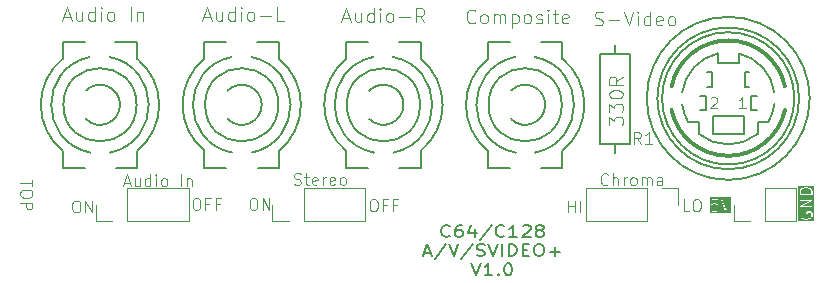
<source format=gbr>
%TF.GenerationSoftware,KiCad,Pcbnew,9.0.4*%
%TF.CreationDate,2025-09-13T13:09:21-04:00*%
%TF.ProjectId,C64-128AVS,4336342d-3132-4384-9156-532e6b696361,rev?*%
%TF.SameCoordinates,Original*%
%TF.FileFunction,Legend,Top*%
%TF.FilePolarity,Positive*%
%FSLAX46Y46*%
G04 Gerber Fmt 4.6, Leading zero omitted, Abs format (unit mm)*
G04 Created by KiCad (PCBNEW 9.0.4) date 2025-09-13 13:09:21*
%MOMM*%
%LPD*%
G01*
G04 APERTURE LIST*
%ADD10C,0.100000*%
%ADD11C,0.101600*%
%ADD12C,0.200000*%
%ADD13C,0.081280*%
%ADD14C,0.120000*%
%ADD15C,0.127000*%
%ADD16C,0.300000*%
G04 APERTURE END LIST*
D10*
X121342580Y-102490476D02*
X121342580Y-103061904D01*
X120342580Y-102776190D02*
X121342580Y-102776190D01*
X121342580Y-103585714D02*
X121342580Y-103776190D01*
X121342580Y-103776190D02*
X121294961Y-103871428D01*
X121294961Y-103871428D02*
X121199723Y-103966666D01*
X121199723Y-103966666D02*
X121009247Y-104014285D01*
X121009247Y-104014285D02*
X120675914Y-104014285D01*
X120675914Y-104014285D02*
X120485438Y-103966666D01*
X120485438Y-103966666D02*
X120390200Y-103871428D01*
X120390200Y-103871428D02*
X120342580Y-103776190D01*
X120342580Y-103776190D02*
X120342580Y-103585714D01*
X120342580Y-103585714D02*
X120390200Y-103490476D01*
X120390200Y-103490476D02*
X120485438Y-103395238D01*
X120485438Y-103395238D02*
X120675914Y-103347619D01*
X120675914Y-103347619D02*
X121009247Y-103347619D01*
X121009247Y-103347619D02*
X121199723Y-103395238D01*
X121199723Y-103395238D02*
X121294961Y-103490476D01*
X121294961Y-103490476D02*
X121342580Y-103585714D01*
X120342580Y-104442857D02*
X121342580Y-104442857D01*
X121342580Y-104442857D02*
X121342580Y-104823809D01*
X121342580Y-104823809D02*
X121294961Y-104919047D01*
X121294961Y-104919047D02*
X121247342Y-104966666D01*
X121247342Y-104966666D02*
X121152104Y-105014285D01*
X121152104Y-105014285D02*
X121009247Y-105014285D01*
X121009247Y-105014285D02*
X120914009Y-104966666D01*
X120914009Y-104966666D02*
X120866390Y-104919047D01*
X120866390Y-104919047D02*
X120818771Y-104823809D01*
X120818771Y-104823809D02*
X120818771Y-104442857D01*
X135147619Y-104057419D02*
X135338095Y-104057419D01*
X135338095Y-104057419D02*
X135433333Y-104105038D01*
X135433333Y-104105038D02*
X135528571Y-104200276D01*
X135528571Y-104200276D02*
X135576190Y-104390752D01*
X135576190Y-104390752D02*
X135576190Y-104724085D01*
X135576190Y-104724085D02*
X135528571Y-104914561D01*
X135528571Y-104914561D02*
X135433333Y-105009800D01*
X135433333Y-105009800D02*
X135338095Y-105057419D01*
X135338095Y-105057419D02*
X135147619Y-105057419D01*
X135147619Y-105057419D02*
X135052381Y-105009800D01*
X135052381Y-105009800D02*
X134957143Y-104914561D01*
X134957143Y-104914561D02*
X134909524Y-104724085D01*
X134909524Y-104724085D02*
X134909524Y-104390752D01*
X134909524Y-104390752D02*
X134957143Y-104200276D01*
X134957143Y-104200276D02*
X135052381Y-104105038D01*
X135052381Y-104105038D02*
X135147619Y-104057419D01*
X136338095Y-104533609D02*
X136004762Y-104533609D01*
X136004762Y-105057419D02*
X136004762Y-104057419D01*
X136004762Y-104057419D02*
X136480952Y-104057419D01*
X137195238Y-104533609D02*
X136861905Y-104533609D01*
X136861905Y-105057419D02*
X136861905Y-104057419D01*
X136861905Y-104057419D02*
X137338095Y-104057419D01*
X143509523Y-102894800D02*
X143652380Y-102942419D01*
X143652380Y-102942419D02*
X143890475Y-102942419D01*
X143890475Y-102942419D02*
X143985713Y-102894800D01*
X143985713Y-102894800D02*
X144033332Y-102847180D01*
X144033332Y-102847180D02*
X144080951Y-102751942D01*
X144080951Y-102751942D02*
X144080951Y-102656704D01*
X144080951Y-102656704D02*
X144033332Y-102561466D01*
X144033332Y-102561466D02*
X143985713Y-102513847D01*
X143985713Y-102513847D02*
X143890475Y-102466228D01*
X143890475Y-102466228D02*
X143699999Y-102418609D01*
X143699999Y-102418609D02*
X143604761Y-102370990D01*
X143604761Y-102370990D02*
X143557142Y-102323371D01*
X143557142Y-102323371D02*
X143509523Y-102228133D01*
X143509523Y-102228133D02*
X143509523Y-102132895D01*
X143509523Y-102132895D02*
X143557142Y-102037657D01*
X143557142Y-102037657D02*
X143604761Y-101990038D01*
X143604761Y-101990038D02*
X143699999Y-101942419D01*
X143699999Y-101942419D02*
X143938094Y-101942419D01*
X143938094Y-101942419D02*
X144080951Y-101990038D01*
X144366666Y-102275752D02*
X144747618Y-102275752D01*
X144509523Y-101942419D02*
X144509523Y-102799561D01*
X144509523Y-102799561D02*
X144557142Y-102894800D01*
X144557142Y-102894800D02*
X144652380Y-102942419D01*
X144652380Y-102942419D02*
X144747618Y-102942419D01*
X145461904Y-102894800D02*
X145366666Y-102942419D01*
X145366666Y-102942419D02*
X145176190Y-102942419D01*
X145176190Y-102942419D02*
X145080952Y-102894800D01*
X145080952Y-102894800D02*
X145033333Y-102799561D01*
X145033333Y-102799561D02*
X145033333Y-102418609D01*
X145033333Y-102418609D02*
X145080952Y-102323371D01*
X145080952Y-102323371D02*
X145176190Y-102275752D01*
X145176190Y-102275752D02*
X145366666Y-102275752D01*
X145366666Y-102275752D02*
X145461904Y-102323371D01*
X145461904Y-102323371D02*
X145509523Y-102418609D01*
X145509523Y-102418609D02*
X145509523Y-102513847D01*
X145509523Y-102513847D02*
X145033333Y-102609085D01*
X145938095Y-102942419D02*
X145938095Y-102275752D01*
X145938095Y-102466228D02*
X145985714Y-102370990D01*
X145985714Y-102370990D02*
X146033333Y-102323371D01*
X146033333Y-102323371D02*
X146128571Y-102275752D01*
X146128571Y-102275752D02*
X146223809Y-102275752D01*
X146938095Y-102894800D02*
X146842857Y-102942419D01*
X146842857Y-102942419D02*
X146652381Y-102942419D01*
X146652381Y-102942419D02*
X146557143Y-102894800D01*
X146557143Y-102894800D02*
X146509524Y-102799561D01*
X146509524Y-102799561D02*
X146509524Y-102418609D01*
X146509524Y-102418609D02*
X146557143Y-102323371D01*
X146557143Y-102323371D02*
X146652381Y-102275752D01*
X146652381Y-102275752D02*
X146842857Y-102275752D01*
X146842857Y-102275752D02*
X146938095Y-102323371D01*
X146938095Y-102323371D02*
X146985714Y-102418609D01*
X146985714Y-102418609D02*
X146985714Y-102513847D01*
X146985714Y-102513847D02*
X146509524Y-102609085D01*
X147557143Y-102942419D02*
X147461905Y-102894800D01*
X147461905Y-102894800D02*
X147414286Y-102847180D01*
X147414286Y-102847180D02*
X147366667Y-102751942D01*
X147366667Y-102751942D02*
X147366667Y-102466228D01*
X147366667Y-102466228D02*
X147414286Y-102370990D01*
X147414286Y-102370990D02*
X147461905Y-102323371D01*
X147461905Y-102323371D02*
X147557143Y-102275752D01*
X147557143Y-102275752D02*
X147700000Y-102275752D01*
X147700000Y-102275752D02*
X147795238Y-102323371D01*
X147795238Y-102323371D02*
X147842857Y-102370990D01*
X147842857Y-102370990D02*
X147890476Y-102466228D01*
X147890476Y-102466228D02*
X147890476Y-102751942D01*
X147890476Y-102751942D02*
X147842857Y-102847180D01*
X147842857Y-102847180D02*
X147795238Y-102894800D01*
X147795238Y-102894800D02*
X147700000Y-102942419D01*
X147700000Y-102942419D02*
X147557143Y-102942419D01*
G36*
X187101872Y-103271863D02*
G01*
X187184942Y-103313398D01*
X187266099Y-103394554D01*
X187307419Y-103518514D01*
X187307419Y-103698496D01*
X186407419Y-103698496D01*
X186407419Y-103518514D01*
X186448739Y-103394552D01*
X186529892Y-103313399D01*
X186612966Y-103271862D01*
X186792145Y-103227068D01*
X186922692Y-103227068D01*
X187101872Y-103271863D01*
G37*
G36*
X187518530Y-106004845D02*
G01*
X186196308Y-106004845D01*
X186196308Y-105367544D01*
X186307419Y-105367544D01*
X186307419Y-105510401D01*
X186308982Y-105518263D01*
X186309985Y-105526212D01*
X186357604Y-105669069D01*
X186358844Y-105671244D01*
X186358844Y-105672392D01*
X186363297Y-105679056D01*
X186367265Y-105686017D01*
X186368291Y-105686530D01*
X186369683Y-105688613D01*
X186464921Y-105783851D01*
X186471580Y-105788301D01*
X186477915Y-105793217D01*
X186573153Y-105840836D01*
X186578434Y-105842282D01*
X186583387Y-105844622D01*
X186773863Y-105892241D01*
X186779980Y-105892538D01*
X186785990Y-105893734D01*
X186928847Y-105893734D01*
X186934856Y-105892538D01*
X186940974Y-105892241D01*
X187131450Y-105844622D01*
X187136402Y-105842282D01*
X187141684Y-105840836D01*
X187236921Y-105793218D01*
X187243249Y-105788306D01*
X187249916Y-105783852D01*
X187345155Y-105688613D01*
X187346545Y-105686531D01*
X187347573Y-105686018D01*
X187351543Y-105679052D01*
X187355994Y-105672392D01*
X187355994Y-105671244D01*
X187357234Y-105669069D01*
X187404853Y-105526213D01*
X187405855Y-105518262D01*
X187407419Y-105510401D01*
X187407419Y-105415163D01*
X187405855Y-105407301D01*
X187404853Y-105399351D01*
X187357234Y-105256495D01*
X187355994Y-105254319D01*
X187355994Y-105253171D01*
X187351539Y-105246504D01*
X187347573Y-105239546D01*
X187346546Y-105239032D01*
X187345155Y-105236950D01*
X187297535Y-105189331D01*
X187281314Y-105178493D01*
X187262180Y-105174687D01*
X186928847Y-105174687D01*
X186909713Y-105178493D01*
X186882653Y-105205553D01*
X186878847Y-105224687D01*
X186878847Y-105415163D01*
X186882653Y-105434297D01*
X186909713Y-105461357D01*
X186947981Y-105461357D01*
X186975041Y-105434297D01*
X186978847Y-105415163D01*
X186978847Y-105274687D01*
X187241469Y-105274687D01*
X187266099Y-105299316D01*
X187307419Y-105423276D01*
X187307419Y-105502288D01*
X187266099Y-105626247D01*
X187184942Y-105707403D01*
X187101872Y-105748939D01*
X186922692Y-105793734D01*
X186792145Y-105793734D01*
X186612966Y-105748939D01*
X186529892Y-105707402D01*
X186448739Y-105626249D01*
X186407419Y-105502287D01*
X186407419Y-105379347D01*
X186449759Y-105294667D01*
X186454912Y-105275851D01*
X186442810Y-105239546D01*
X186408582Y-105222432D01*
X186372278Y-105234534D01*
X186360316Y-105249946D01*
X186312698Y-105345183D01*
X186312036Y-105347598D01*
X186311225Y-105348410D01*
X186309661Y-105356271D01*
X186307545Y-105363999D01*
X186307907Y-105365087D01*
X186307419Y-105367544D01*
X186196308Y-105367544D01*
X186196308Y-104802421D01*
X186307818Y-104802421D01*
X186311225Y-104808383D01*
X186311225Y-104815249D01*
X186320378Y-104824402D01*
X186326804Y-104835647D01*
X186333430Y-104837454D01*
X186338285Y-104842309D01*
X186357419Y-104846115D01*
X187357419Y-104846115D01*
X187376553Y-104842309D01*
X187403613Y-104815249D01*
X187403613Y-104776981D01*
X187376553Y-104749921D01*
X187357419Y-104746115D01*
X186545697Y-104746115D01*
X187382226Y-104268099D01*
X187396951Y-104255301D01*
X187398757Y-104248676D01*
X187403613Y-104243821D01*
X187403613Y-104230873D01*
X187407020Y-104218381D01*
X187403613Y-104212418D01*
X187403613Y-104205553D01*
X187394459Y-104196399D01*
X187388034Y-104185155D01*
X187381407Y-104183347D01*
X187376553Y-104178493D01*
X187357419Y-104174687D01*
X186357419Y-104174687D01*
X186338285Y-104178493D01*
X186311225Y-104205553D01*
X186311225Y-104243821D01*
X186338285Y-104270881D01*
X186357419Y-104274687D01*
X187169141Y-104274687D01*
X186332612Y-104752703D01*
X186317887Y-104765500D01*
X186316079Y-104772126D01*
X186311225Y-104776981D01*
X186311225Y-104789928D01*
X186307818Y-104802421D01*
X186196308Y-104802421D01*
X186196308Y-103510401D01*
X186307419Y-103510401D01*
X186307419Y-103748496D01*
X186311225Y-103767630D01*
X186338285Y-103794690D01*
X186357419Y-103798496D01*
X187357419Y-103798496D01*
X187376553Y-103794690D01*
X187403613Y-103767630D01*
X187407419Y-103748496D01*
X187407419Y-103510401D01*
X187405855Y-103502539D01*
X187404853Y-103494589D01*
X187357234Y-103351733D01*
X187355994Y-103349557D01*
X187355994Y-103348410D01*
X187351543Y-103341749D01*
X187347573Y-103334784D01*
X187346545Y-103334270D01*
X187345155Y-103332189D01*
X187249916Y-103236950D01*
X187243249Y-103232495D01*
X187236921Y-103227584D01*
X187141684Y-103179966D01*
X187136402Y-103178519D01*
X187131450Y-103176180D01*
X186940974Y-103128561D01*
X186934856Y-103128263D01*
X186928847Y-103127068D01*
X186785990Y-103127068D01*
X186779980Y-103128263D01*
X186773863Y-103128561D01*
X186583387Y-103176180D01*
X186578434Y-103178519D01*
X186573153Y-103179966D01*
X186477915Y-103227585D01*
X186471580Y-103232500D01*
X186464921Y-103236951D01*
X186369683Y-103332189D01*
X186368291Y-103334271D01*
X186367265Y-103334785D01*
X186363297Y-103341745D01*
X186358844Y-103348410D01*
X186358844Y-103349557D01*
X186357604Y-103351733D01*
X186309985Y-103494590D01*
X186308982Y-103502538D01*
X186307419Y-103510401D01*
X186196308Y-103510401D01*
X186196308Y-103015957D01*
X187518530Y-103015957D01*
X187518530Y-106004845D01*
G37*
X166703884Y-105257419D02*
X166703884Y-104257419D01*
X166703884Y-104733609D02*
X167275312Y-104733609D01*
X167275312Y-105257419D02*
X167275312Y-104257419D01*
X167751503Y-105257419D02*
X167751503Y-104257419D01*
X129095238Y-102756704D02*
X129571428Y-102756704D01*
X129000000Y-103042419D02*
X129333333Y-102042419D01*
X129333333Y-102042419D02*
X129666666Y-103042419D01*
X130428571Y-102375752D02*
X130428571Y-103042419D01*
X130000000Y-102375752D02*
X130000000Y-102899561D01*
X130000000Y-102899561D02*
X130047619Y-102994800D01*
X130047619Y-102994800D02*
X130142857Y-103042419D01*
X130142857Y-103042419D02*
X130285714Y-103042419D01*
X130285714Y-103042419D02*
X130380952Y-102994800D01*
X130380952Y-102994800D02*
X130428571Y-102947180D01*
X131333333Y-103042419D02*
X131333333Y-102042419D01*
X131333333Y-102994800D02*
X131238095Y-103042419D01*
X131238095Y-103042419D02*
X131047619Y-103042419D01*
X131047619Y-103042419D02*
X130952381Y-102994800D01*
X130952381Y-102994800D02*
X130904762Y-102947180D01*
X130904762Y-102947180D02*
X130857143Y-102851942D01*
X130857143Y-102851942D02*
X130857143Y-102566228D01*
X130857143Y-102566228D02*
X130904762Y-102470990D01*
X130904762Y-102470990D02*
X130952381Y-102423371D01*
X130952381Y-102423371D02*
X131047619Y-102375752D01*
X131047619Y-102375752D02*
X131238095Y-102375752D01*
X131238095Y-102375752D02*
X131333333Y-102423371D01*
X131809524Y-103042419D02*
X131809524Y-102375752D01*
X131809524Y-102042419D02*
X131761905Y-102090038D01*
X131761905Y-102090038D02*
X131809524Y-102137657D01*
X131809524Y-102137657D02*
X131857143Y-102090038D01*
X131857143Y-102090038D02*
X131809524Y-102042419D01*
X131809524Y-102042419D02*
X131809524Y-102137657D01*
X132428571Y-103042419D02*
X132333333Y-102994800D01*
X132333333Y-102994800D02*
X132285714Y-102947180D01*
X132285714Y-102947180D02*
X132238095Y-102851942D01*
X132238095Y-102851942D02*
X132238095Y-102566228D01*
X132238095Y-102566228D02*
X132285714Y-102470990D01*
X132285714Y-102470990D02*
X132333333Y-102423371D01*
X132333333Y-102423371D02*
X132428571Y-102375752D01*
X132428571Y-102375752D02*
X132571428Y-102375752D01*
X132571428Y-102375752D02*
X132666666Y-102423371D01*
X132666666Y-102423371D02*
X132714285Y-102470990D01*
X132714285Y-102470990D02*
X132761904Y-102566228D01*
X132761904Y-102566228D02*
X132761904Y-102851942D01*
X132761904Y-102851942D02*
X132714285Y-102947180D01*
X132714285Y-102947180D02*
X132666666Y-102994800D01*
X132666666Y-102994800D02*
X132571428Y-103042419D01*
X132571428Y-103042419D02*
X132428571Y-103042419D01*
X133952381Y-103042419D02*
X133952381Y-102042419D01*
X134428571Y-102375752D02*
X134428571Y-103042419D01*
X134428571Y-102470990D02*
X134476190Y-102423371D01*
X134476190Y-102423371D02*
X134571428Y-102375752D01*
X134571428Y-102375752D02*
X134714285Y-102375752D01*
X134714285Y-102375752D02*
X134809523Y-102423371D01*
X134809523Y-102423371D02*
X134857142Y-102518609D01*
X134857142Y-102518609D02*
X134857142Y-103042419D01*
D11*
X170184126Y-97886443D02*
X170184126Y-97163148D01*
X170184126Y-97163148D02*
X170629230Y-97552615D01*
X170629230Y-97552615D02*
X170629230Y-97385700D01*
X170629230Y-97385700D02*
X170684868Y-97274424D01*
X170684868Y-97274424D02*
X170740507Y-97218786D01*
X170740507Y-97218786D02*
X170851783Y-97163148D01*
X170851783Y-97163148D02*
X171129973Y-97163148D01*
X171129973Y-97163148D02*
X171241249Y-97218786D01*
X171241249Y-97218786D02*
X171296888Y-97274424D01*
X171296888Y-97274424D02*
X171352526Y-97385700D01*
X171352526Y-97385700D02*
X171352526Y-97719529D01*
X171352526Y-97719529D02*
X171296888Y-97830805D01*
X171296888Y-97830805D02*
X171241249Y-97886443D01*
X170184126Y-96773681D02*
X170184126Y-96050386D01*
X170184126Y-96050386D02*
X170629230Y-96439853D01*
X170629230Y-96439853D02*
X170629230Y-96272938D01*
X170629230Y-96272938D02*
X170684868Y-96161662D01*
X170684868Y-96161662D02*
X170740507Y-96106024D01*
X170740507Y-96106024D02*
X170851783Y-96050386D01*
X170851783Y-96050386D02*
X171129973Y-96050386D01*
X171129973Y-96050386D02*
X171241249Y-96106024D01*
X171241249Y-96106024D02*
X171296888Y-96161662D01*
X171296888Y-96161662D02*
X171352526Y-96272938D01*
X171352526Y-96272938D02*
X171352526Y-96606767D01*
X171352526Y-96606767D02*
X171296888Y-96718043D01*
X171296888Y-96718043D02*
X171241249Y-96773681D01*
X170184126Y-95327091D02*
X170184126Y-95215814D01*
X170184126Y-95215814D02*
X170239764Y-95104538D01*
X170239764Y-95104538D02*
X170295402Y-95048900D01*
X170295402Y-95048900D02*
X170406678Y-94993262D01*
X170406678Y-94993262D02*
X170629230Y-94937624D01*
X170629230Y-94937624D02*
X170907421Y-94937624D01*
X170907421Y-94937624D02*
X171129973Y-94993262D01*
X171129973Y-94993262D02*
X171241249Y-95048900D01*
X171241249Y-95048900D02*
X171296888Y-95104538D01*
X171296888Y-95104538D02*
X171352526Y-95215814D01*
X171352526Y-95215814D02*
X171352526Y-95327091D01*
X171352526Y-95327091D02*
X171296888Y-95438367D01*
X171296888Y-95438367D02*
X171241249Y-95494005D01*
X171241249Y-95494005D02*
X171129973Y-95549643D01*
X171129973Y-95549643D02*
X170907421Y-95605281D01*
X170907421Y-95605281D02*
X170629230Y-95605281D01*
X170629230Y-95605281D02*
X170406678Y-95549643D01*
X170406678Y-95549643D02*
X170295402Y-95494005D01*
X170295402Y-95494005D02*
X170239764Y-95438367D01*
X170239764Y-95438367D02*
X170184126Y-95327091D01*
X171352526Y-93769224D02*
X170796145Y-94158691D01*
X171352526Y-94436881D02*
X170184126Y-94436881D01*
X170184126Y-94436881D02*
X170184126Y-93991776D01*
X170184126Y-93991776D02*
X170239764Y-93880500D01*
X170239764Y-93880500D02*
X170295402Y-93824862D01*
X170295402Y-93824862D02*
X170406678Y-93769224D01*
X170406678Y-93769224D02*
X170573592Y-93769224D01*
X170573592Y-93769224D02*
X170684868Y-93824862D01*
X170684868Y-93824862D02*
X170740507Y-93880500D01*
X170740507Y-93880500D02*
X170796145Y-93991776D01*
X170796145Y-93991776D02*
X170796145Y-94436881D01*
D10*
X176980074Y-105157419D02*
X176503884Y-105157419D01*
X176503884Y-105157419D02*
X176503884Y-104157419D01*
X177503884Y-104157419D02*
X177694360Y-104157419D01*
X177694360Y-104157419D02*
X177789598Y-104205038D01*
X177789598Y-104205038D02*
X177884836Y-104300276D01*
X177884836Y-104300276D02*
X177932455Y-104490752D01*
X177932455Y-104490752D02*
X177932455Y-104824085D01*
X177932455Y-104824085D02*
X177884836Y-105014561D01*
X177884836Y-105014561D02*
X177789598Y-105109800D01*
X177789598Y-105109800D02*
X177694360Y-105157419D01*
X177694360Y-105157419D02*
X177503884Y-105157419D01*
X177503884Y-105157419D02*
X177408646Y-105109800D01*
X177408646Y-105109800D02*
X177313408Y-105014561D01*
X177313408Y-105014561D02*
X177265789Y-104824085D01*
X177265789Y-104824085D02*
X177265789Y-104490752D01*
X177265789Y-104490752D02*
X177313408Y-104300276D01*
X177313408Y-104300276D02*
X177408646Y-104205038D01*
X177408646Y-104205038D02*
X177503884Y-104157419D01*
D12*
X156683523Y-107252092D02*
X156627885Y-107299712D01*
X156627885Y-107299712D02*
X156460971Y-107347331D01*
X156460971Y-107347331D02*
X156349695Y-107347331D01*
X156349695Y-107347331D02*
X156182780Y-107299712D01*
X156182780Y-107299712D02*
X156071504Y-107204473D01*
X156071504Y-107204473D02*
X156015866Y-107109235D01*
X156015866Y-107109235D02*
X155960228Y-106918759D01*
X155960228Y-106918759D02*
X155960228Y-106775902D01*
X155960228Y-106775902D02*
X156015866Y-106585426D01*
X156015866Y-106585426D02*
X156071504Y-106490188D01*
X156071504Y-106490188D02*
X156182780Y-106394950D01*
X156182780Y-106394950D02*
X156349695Y-106347331D01*
X156349695Y-106347331D02*
X156460971Y-106347331D01*
X156460971Y-106347331D02*
X156627885Y-106394950D01*
X156627885Y-106394950D02*
X156683523Y-106442569D01*
X157685009Y-106347331D02*
X157462456Y-106347331D01*
X157462456Y-106347331D02*
X157351180Y-106394950D01*
X157351180Y-106394950D02*
X157295542Y-106442569D01*
X157295542Y-106442569D02*
X157184266Y-106585426D01*
X157184266Y-106585426D02*
X157128628Y-106775902D01*
X157128628Y-106775902D02*
X157128628Y-107156854D01*
X157128628Y-107156854D02*
X157184266Y-107252092D01*
X157184266Y-107252092D02*
X157239904Y-107299712D01*
X157239904Y-107299712D02*
X157351180Y-107347331D01*
X157351180Y-107347331D02*
X157573733Y-107347331D01*
X157573733Y-107347331D02*
X157685009Y-107299712D01*
X157685009Y-107299712D02*
X157740647Y-107252092D01*
X157740647Y-107252092D02*
X157796285Y-107156854D01*
X157796285Y-107156854D02*
X157796285Y-106918759D01*
X157796285Y-106918759D02*
X157740647Y-106823521D01*
X157740647Y-106823521D02*
X157685009Y-106775902D01*
X157685009Y-106775902D02*
X157573733Y-106728283D01*
X157573733Y-106728283D02*
X157351180Y-106728283D01*
X157351180Y-106728283D02*
X157239904Y-106775902D01*
X157239904Y-106775902D02*
X157184266Y-106823521D01*
X157184266Y-106823521D02*
X157128628Y-106918759D01*
X158797771Y-106680664D02*
X158797771Y-107347331D01*
X158519580Y-106299712D02*
X158241390Y-107013997D01*
X158241390Y-107013997D02*
X158964685Y-107013997D01*
X160244361Y-106299712D02*
X159242876Y-107585426D01*
X161301485Y-107252092D02*
X161245847Y-107299712D01*
X161245847Y-107299712D02*
X161078933Y-107347331D01*
X161078933Y-107347331D02*
X160967657Y-107347331D01*
X160967657Y-107347331D02*
X160800742Y-107299712D01*
X160800742Y-107299712D02*
X160689466Y-107204473D01*
X160689466Y-107204473D02*
X160633828Y-107109235D01*
X160633828Y-107109235D02*
X160578190Y-106918759D01*
X160578190Y-106918759D02*
X160578190Y-106775902D01*
X160578190Y-106775902D02*
X160633828Y-106585426D01*
X160633828Y-106585426D02*
X160689466Y-106490188D01*
X160689466Y-106490188D02*
X160800742Y-106394950D01*
X160800742Y-106394950D02*
X160967657Y-106347331D01*
X160967657Y-106347331D02*
X161078933Y-106347331D01*
X161078933Y-106347331D02*
X161245847Y-106394950D01*
X161245847Y-106394950D02*
X161301485Y-106442569D01*
X162414247Y-107347331D02*
X161746590Y-107347331D01*
X162080418Y-107347331D02*
X162080418Y-106347331D01*
X162080418Y-106347331D02*
X161969142Y-106490188D01*
X161969142Y-106490188D02*
X161857866Y-106585426D01*
X161857866Y-106585426D02*
X161746590Y-106633045D01*
X162859352Y-106442569D02*
X162914990Y-106394950D01*
X162914990Y-106394950D02*
X163026266Y-106347331D01*
X163026266Y-106347331D02*
X163304457Y-106347331D01*
X163304457Y-106347331D02*
X163415733Y-106394950D01*
X163415733Y-106394950D02*
X163471371Y-106442569D01*
X163471371Y-106442569D02*
X163527009Y-106537807D01*
X163527009Y-106537807D02*
X163527009Y-106633045D01*
X163527009Y-106633045D02*
X163471371Y-106775902D01*
X163471371Y-106775902D02*
X162803714Y-107347331D01*
X162803714Y-107347331D02*
X163527009Y-107347331D01*
X164194666Y-106775902D02*
X164083390Y-106728283D01*
X164083390Y-106728283D02*
X164027752Y-106680664D01*
X164027752Y-106680664D02*
X163972114Y-106585426D01*
X163972114Y-106585426D02*
X163972114Y-106537807D01*
X163972114Y-106537807D02*
X164027752Y-106442569D01*
X164027752Y-106442569D02*
X164083390Y-106394950D01*
X164083390Y-106394950D02*
X164194666Y-106347331D01*
X164194666Y-106347331D02*
X164417219Y-106347331D01*
X164417219Y-106347331D02*
X164528495Y-106394950D01*
X164528495Y-106394950D02*
X164584133Y-106442569D01*
X164584133Y-106442569D02*
X164639771Y-106537807D01*
X164639771Y-106537807D02*
X164639771Y-106585426D01*
X164639771Y-106585426D02*
X164584133Y-106680664D01*
X164584133Y-106680664D02*
X164528495Y-106728283D01*
X164528495Y-106728283D02*
X164417219Y-106775902D01*
X164417219Y-106775902D02*
X164194666Y-106775902D01*
X164194666Y-106775902D02*
X164083390Y-106823521D01*
X164083390Y-106823521D02*
X164027752Y-106871140D01*
X164027752Y-106871140D02*
X163972114Y-106966378D01*
X163972114Y-106966378D02*
X163972114Y-107156854D01*
X163972114Y-107156854D02*
X164027752Y-107252092D01*
X164027752Y-107252092D02*
X164083390Y-107299712D01*
X164083390Y-107299712D02*
X164194666Y-107347331D01*
X164194666Y-107347331D02*
X164417219Y-107347331D01*
X164417219Y-107347331D02*
X164528495Y-107299712D01*
X164528495Y-107299712D02*
X164584133Y-107252092D01*
X164584133Y-107252092D02*
X164639771Y-107156854D01*
X164639771Y-107156854D02*
X164639771Y-106966378D01*
X164639771Y-106966378D02*
X164584133Y-106871140D01*
X164584133Y-106871140D02*
X164528495Y-106823521D01*
X164528495Y-106823521D02*
X164417219Y-106775902D01*
X154513638Y-108671560D02*
X155070019Y-108671560D01*
X154402362Y-108957275D02*
X154791828Y-107957275D01*
X154791828Y-107957275D02*
X155181295Y-108957275D01*
X156405333Y-107909656D02*
X155403848Y-109195370D01*
X156627886Y-107957275D02*
X157017352Y-108957275D01*
X157017352Y-108957275D02*
X157406819Y-107957275D01*
X158630857Y-107909656D02*
X157629372Y-109195370D01*
X158964686Y-108909656D02*
X159131600Y-108957275D01*
X159131600Y-108957275D02*
X159409791Y-108957275D01*
X159409791Y-108957275D02*
X159521067Y-108909656D01*
X159521067Y-108909656D02*
X159576705Y-108862036D01*
X159576705Y-108862036D02*
X159632343Y-108766798D01*
X159632343Y-108766798D02*
X159632343Y-108671560D01*
X159632343Y-108671560D02*
X159576705Y-108576322D01*
X159576705Y-108576322D02*
X159521067Y-108528703D01*
X159521067Y-108528703D02*
X159409791Y-108481084D01*
X159409791Y-108481084D02*
X159187238Y-108433465D01*
X159187238Y-108433465D02*
X159075962Y-108385846D01*
X159075962Y-108385846D02*
X159020324Y-108338227D01*
X159020324Y-108338227D02*
X158964686Y-108242989D01*
X158964686Y-108242989D02*
X158964686Y-108147751D01*
X158964686Y-108147751D02*
X159020324Y-108052513D01*
X159020324Y-108052513D02*
X159075962Y-108004894D01*
X159075962Y-108004894D02*
X159187238Y-107957275D01*
X159187238Y-107957275D02*
X159465429Y-107957275D01*
X159465429Y-107957275D02*
X159632343Y-108004894D01*
X159966172Y-107957275D02*
X160355638Y-108957275D01*
X160355638Y-108957275D02*
X160745105Y-107957275D01*
X161134572Y-108957275D02*
X161134572Y-107957275D01*
X161690953Y-108957275D02*
X161690953Y-107957275D01*
X161690953Y-107957275D02*
X161969143Y-107957275D01*
X161969143Y-107957275D02*
X162136058Y-108004894D01*
X162136058Y-108004894D02*
X162247334Y-108100132D01*
X162247334Y-108100132D02*
X162302972Y-108195370D01*
X162302972Y-108195370D02*
X162358610Y-108385846D01*
X162358610Y-108385846D02*
X162358610Y-108528703D01*
X162358610Y-108528703D02*
X162302972Y-108719179D01*
X162302972Y-108719179D02*
X162247334Y-108814417D01*
X162247334Y-108814417D02*
X162136058Y-108909656D01*
X162136058Y-108909656D02*
X161969143Y-108957275D01*
X161969143Y-108957275D02*
X161690953Y-108957275D01*
X162859353Y-108433465D02*
X163248820Y-108433465D01*
X163415734Y-108957275D02*
X162859353Y-108957275D01*
X162859353Y-108957275D02*
X162859353Y-107957275D01*
X162859353Y-107957275D02*
X163415734Y-107957275D01*
X164139029Y-107957275D02*
X164361582Y-107957275D01*
X164361582Y-107957275D02*
X164472858Y-108004894D01*
X164472858Y-108004894D02*
X164584134Y-108100132D01*
X164584134Y-108100132D02*
X164639772Y-108290608D01*
X164639772Y-108290608D02*
X164639772Y-108623941D01*
X164639772Y-108623941D02*
X164584134Y-108814417D01*
X164584134Y-108814417D02*
X164472858Y-108909656D01*
X164472858Y-108909656D02*
X164361582Y-108957275D01*
X164361582Y-108957275D02*
X164139029Y-108957275D01*
X164139029Y-108957275D02*
X164027753Y-108909656D01*
X164027753Y-108909656D02*
X163916477Y-108814417D01*
X163916477Y-108814417D02*
X163860839Y-108623941D01*
X163860839Y-108623941D02*
X163860839Y-108290608D01*
X163860839Y-108290608D02*
X163916477Y-108100132D01*
X163916477Y-108100132D02*
X164027753Y-108004894D01*
X164027753Y-108004894D02*
X164139029Y-107957275D01*
X165140515Y-108576322D02*
X166030725Y-108576322D01*
X165585620Y-108957275D02*
X165585620Y-108195370D01*
X158519581Y-109567219D02*
X158909047Y-110567219D01*
X158909047Y-110567219D02*
X159298514Y-109567219D01*
X160300000Y-110567219D02*
X159632343Y-110567219D01*
X159966171Y-110567219D02*
X159966171Y-109567219D01*
X159966171Y-109567219D02*
X159854895Y-109710076D01*
X159854895Y-109710076D02*
X159743619Y-109805314D01*
X159743619Y-109805314D02*
X159632343Y-109852933D01*
X160800743Y-110471980D02*
X160856381Y-110519600D01*
X160856381Y-110519600D02*
X160800743Y-110567219D01*
X160800743Y-110567219D02*
X160745105Y-110519600D01*
X160745105Y-110519600D02*
X160800743Y-110471980D01*
X160800743Y-110471980D02*
X160800743Y-110567219D01*
X161579676Y-109567219D02*
X161690953Y-109567219D01*
X161690953Y-109567219D02*
X161802229Y-109614838D01*
X161802229Y-109614838D02*
X161857867Y-109662457D01*
X161857867Y-109662457D02*
X161913505Y-109757695D01*
X161913505Y-109757695D02*
X161969143Y-109948171D01*
X161969143Y-109948171D02*
X161969143Y-110186266D01*
X161969143Y-110186266D02*
X161913505Y-110376742D01*
X161913505Y-110376742D02*
X161857867Y-110471980D01*
X161857867Y-110471980D02*
X161802229Y-110519600D01*
X161802229Y-110519600D02*
X161690953Y-110567219D01*
X161690953Y-110567219D02*
X161579676Y-110567219D01*
X161579676Y-110567219D02*
X161468400Y-110519600D01*
X161468400Y-110519600D02*
X161412762Y-110471980D01*
X161412762Y-110471980D02*
X161357124Y-110376742D01*
X161357124Y-110376742D02*
X161301486Y-110186266D01*
X161301486Y-110186266D02*
X161301486Y-109948171D01*
X161301486Y-109948171D02*
X161357124Y-109757695D01*
X161357124Y-109757695D02*
X161412762Y-109662457D01*
X161412762Y-109662457D02*
X161468400Y-109614838D01*
X161468400Y-109614838D02*
X161579676Y-109567219D01*
D10*
X170075312Y-102862180D02*
X170027693Y-102909800D01*
X170027693Y-102909800D02*
X169884836Y-102957419D01*
X169884836Y-102957419D02*
X169789598Y-102957419D01*
X169789598Y-102957419D02*
X169646741Y-102909800D01*
X169646741Y-102909800D02*
X169551503Y-102814561D01*
X169551503Y-102814561D02*
X169503884Y-102719323D01*
X169503884Y-102719323D02*
X169456265Y-102528847D01*
X169456265Y-102528847D02*
X169456265Y-102385990D01*
X169456265Y-102385990D02*
X169503884Y-102195514D01*
X169503884Y-102195514D02*
X169551503Y-102100276D01*
X169551503Y-102100276D02*
X169646741Y-102005038D01*
X169646741Y-102005038D02*
X169789598Y-101957419D01*
X169789598Y-101957419D02*
X169884836Y-101957419D01*
X169884836Y-101957419D02*
X170027693Y-102005038D01*
X170027693Y-102005038D02*
X170075312Y-102052657D01*
X170503884Y-102957419D02*
X170503884Y-101957419D01*
X170932455Y-102957419D02*
X170932455Y-102433609D01*
X170932455Y-102433609D02*
X170884836Y-102338371D01*
X170884836Y-102338371D02*
X170789598Y-102290752D01*
X170789598Y-102290752D02*
X170646741Y-102290752D01*
X170646741Y-102290752D02*
X170551503Y-102338371D01*
X170551503Y-102338371D02*
X170503884Y-102385990D01*
X171408646Y-102957419D02*
X171408646Y-102290752D01*
X171408646Y-102481228D02*
X171456265Y-102385990D01*
X171456265Y-102385990D02*
X171503884Y-102338371D01*
X171503884Y-102338371D02*
X171599122Y-102290752D01*
X171599122Y-102290752D02*
X171694360Y-102290752D01*
X172170551Y-102957419D02*
X172075313Y-102909800D01*
X172075313Y-102909800D02*
X172027694Y-102862180D01*
X172027694Y-102862180D02*
X171980075Y-102766942D01*
X171980075Y-102766942D02*
X171980075Y-102481228D01*
X171980075Y-102481228D02*
X172027694Y-102385990D01*
X172027694Y-102385990D02*
X172075313Y-102338371D01*
X172075313Y-102338371D02*
X172170551Y-102290752D01*
X172170551Y-102290752D02*
X172313408Y-102290752D01*
X172313408Y-102290752D02*
X172408646Y-102338371D01*
X172408646Y-102338371D02*
X172456265Y-102385990D01*
X172456265Y-102385990D02*
X172503884Y-102481228D01*
X172503884Y-102481228D02*
X172503884Y-102766942D01*
X172503884Y-102766942D02*
X172456265Y-102862180D01*
X172456265Y-102862180D02*
X172408646Y-102909800D01*
X172408646Y-102909800D02*
X172313408Y-102957419D01*
X172313408Y-102957419D02*
X172170551Y-102957419D01*
X172932456Y-102957419D02*
X172932456Y-102290752D01*
X172932456Y-102385990D02*
X172980075Y-102338371D01*
X172980075Y-102338371D02*
X173075313Y-102290752D01*
X173075313Y-102290752D02*
X173218170Y-102290752D01*
X173218170Y-102290752D02*
X173313408Y-102338371D01*
X173313408Y-102338371D02*
X173361027Y-102433609D01*
X173361027Y-102433609D02*
X173361027Y-102957419D01*
X173361027Y-102433609D02*
X173408646Y-102338371D01*
X173408646Y-102338371D02*
X173503884Y-102290752D01*
X173503884Y-102290752D02*
X173646741Y-102290752D01*
X173646741Y-102290752D02*
X173741980Y-102338371D01*
X173741980Y-102338371D02*
X173789599Y-102433609D01*
X173789599Y-102433609D02*
X173789599Y-102957419D01*
X174694360Y-102957419D02*
X174694360Y-102433609D01*
X174694360Y-102433609D02*
X174646741Y-102338371D01*
X174646741Y-102338371D02*
X174551503Y-102290752D01*
X174551503Y-102290752D02*
X174361027Y-102290752D01*
X174361027Y-102290752D02*
X174265789Y-102338371D01*
X174694360Y-102909800D02*
X174599122Y-102957419D01*
X174599122Y-102957419D02*
X174361027Y-102957419D01*
X174361027Y-102957419D02*
X174265789Y-102909800D01*
X174265789Y-102909800D02*
X174218170Y-102814561D01*
X174218170Y-102814561D02*
X174218170Y-102719323D01*
X174218170Y-102719323D02*
X174265789Y-102624085D01*
X174265789Y-102624085D02*
X174361027Y-102576466D01*
X174361027Y-102576466D02*
X174599122Y-102576466D01*
X174599122Y-102576466D02*
X174694360Y-102528847D01*
X124980952Y-104257419D02*
X125171428Y-104257419D01*
X125171428Y-104257419D02*
X125266666Y-104305038D01*
X125266666Y-104305038D02*
X125361904Y-104400276D01*
X125361904Y-104400276D02*
X125409523Y-104590752D01*
X125409523Y-104590752D02*
X125409523Y-104924085D01*
X125409523Y-104924085D02*
X125361904Y-105114561D01*
X125361904Y-105114561D02*
X125266666Y-105209800D01*
X125266666Y-105209800D02*
X125171428Y-105257419D01*
X125171428Y-105257419D02*
X124980952Y-105257419D01*
X124980952Y-105257419D02*
X124885714Y-105209800D01*
X124885714Y-105209800D02*
X124790476Y-105114561D01*
X124790476Y-105114561D02*
X124742857Y-104924085D01*
X124742857Y-104924085D02*
X124742857Y-104590752D01*
X124742857Y-104590752D02*
X124790476Y-104400276D01*
X124790476Y-104400276D02*
X124885714Y-104305038D01*
X124885714Y-104305038D02*
X124980952Y-104257419D01*
X125838095Y-105257419D02*
X125838095Y-104257419D01*
X125838095Y-104257419D02*
X126409523Y-105257419D01*
X126409523Y-105257419D02*
X126409523Y-104257419D01*
X139980952Y-104057419D02*
X140171428Y-104057419D01*
X140171428Y-104057419D02*
X140266666Y-104105038D01*
X140266666Y-104105038D02*
X140361904Y-104200276D01*
X140361904Y-104200276D02*
X140409523Y-104390752D01*
X140409523Y-104390752D02*
X140409523Y-104724085D01*
X140409523Y-104724085D02*
X140361904Y-104914561D01*
X140361904Y-104914561D02*
X140266666Y-105009800D01*
X140266666Y-105009800D02*
X140171428Y-105057419D01*
X140171428Y-105057419D02*
X139980952Y-105057419D01*
X139980952Y-105057419D02*
X139885714Y-105009800D01*
X139885714Y-105009800D02*
X139790476Y-104914561D01*
X139790476Y-104914561D02*
X139742857Y-104724085D01*
X139742857Y-104724085D02*
X139742857Y-104390752D01*
X139742857Y-104390752D02*
X139790476Y-104200276D01*
X139790476Y-104200276D02*
X139885714Y-104105038D01*
X139885714Y-104105038D02*
X139980952Y-104057419D01*
X140838095Y-105057419D02*
X140838095Y-104057419D01*
X140838095Y-104057419D02*
X141409523Y-105057419D01*
X141409523Y-105057419D02*
X141409523Y-104057419D01*
X150147619Y-104157419D02*
X150338095Y-104157419D01*
X150338095Y-104157419D02*
X150433333Y-104205038D01*
X150433333Y-104205038D02*
X150528571Y-104300276D01*
X150528571Y-104300276D02*
X150576190Y-104490752D01*
X150576190Y-104490752D02*
X150576190Y-104824085D01*
X150576190Y-104824085D02*
X150528571Y-105014561D01*
X150528571Y-105014561D02*
X150433333Y-105109800D01*
X150433333Y-105109800D02*
X150338095Y-105157419D01*
X150338095Y-105157419D02*
X150147619Y-105157419D01*
X150147619Y-105157419D02*
X150052381Y-105109800D01*
X150052381Y-105109800D02*
X149957143Y-105014561D01*
X149957143Y-105014561D02*
X149909524Y-104824085D01*
X149909524Y-104824085D02*
X149909524Y-104490752D01*
X149909524Y-104490752D02*
X149957143Y-104300276D01*
X149957143Y-104300276D02*
X150052381Y-104205038D01*
X150052381Y-104205038D02*
X150147619Y-104157419D01*
X151338095Y-104633609D02*
X151004762Y-104633609D01*
X151004762Y-105157419D02*
X151004762Y-104157419D01*
X151004762Y-104157419D02*
X151480952Y-104157419D01*
X152195238Y-104633609D02*
X151861905Y-104633609D01*
X151861905Y-105157419D02*
X151861905Y-104157419D01*
X151861905Y-104157419D02*
X152338095Y-104157419D01*
G36*
X180541059Y-105318530D02*
G01*
X178695402Y-105318530D01*
X178695402Y-104628634D01*
X178806513Y-104628634D01*
X178808396Y-104648052D01*
X178810071Y-104650099D01*
X178810071Y-104652743D01*
X178821968Y-104664640D01*
X178832629Y-104677670D01*
X178835261Y-104677933D01*
X178837131Y-104679803D01*
X178853958Y-104679803D01*
X178870708Y-104681478D01*
X178872755Y-104679803D01*
X178875399Y-104679803D01*
X178891620Y-104668964D01*
X178933502Y-104627082D01*
X179010926Y-104588371D01*
X179225414Y-104588371D01*
X179302837Y-104627082D01*
X179338981Y-104663227D01*
X179377693Y-104740650D01*
X179377693Y-104955138D01*
X179338981Y-105032561D01*
X179302835Y-105068708D01*
X179225414Y-105107419D01*
X179010926Y-105107419D01*
X178933503Y-105068708D01*
X178891621Y-105026825D01*
X178875400Y-105015986D01*
X178837131Y-105015986D01*
X178810071Y-105043045D01*
X178810071Y-105081314D01*
X178820909Y-105097535D01*
X178868528Y-105145155D01*
X178875194Y-105149609D01*
X178881523Y-105154521D01*
X178976761Y-105202140D01*
X178979176Y-105202801D01*
X178979988Y-105203613D01*
X178987849Y-105205176D01*
X178995577Y-105207293D01*
X178996665Y-105206930D01*
X178999122Y-105207419D01*
X179237217Y-105207419D01*
X179239673Y-105206930D01*
X179240762Y-105207293D01*
X179248489Y-105205176D01*
X179256351Y-105203613D01*
X179257162Y-105202801D01*
X179259578Y-105202140D01*
X179354815Y-105154522D01*
X179361142Y-105149611D01*
X179367811Y-105145155D01*
X179415430Y-105097535D01*
X179419883Y-105090869D01*
X179424795Y-105084541D01*
X179472414Y-104989303D01*
X179473075Y-104986887D01*
X179473887Y-104986076D01*
X179475450Y-104978214D01*
X179477567Y-104970487D01*
X179477204Y-104969398D01*
X179477693Y-104966942D01*
X179477693Y-104728847D01*
X179477204Y-104726390D01*
X179477567Y-104725302D01*
X179475450Y-104717574D01*
X179473887Y-104709713D01*
X179473075Y-104708901D01*
X179472414Y-104706486D01*
X179424795Y-104611248D01*
X179419883Y-104604919D01*
X179415429Y-104598253D01*
X179367810Y-104550635D01*
X179361148Y-104546183D01*
X179354815Y-104541268D01*
X179259578Y-104493650D01*
X179257162Y-104492988D01*
X179256351Y-104492177D01*
X179248489Y-104490613D01*
X179240762Y-104488497D01*
X179239673Y-104488859D01*
X179237217Y-104488371D01*
X178999122Y-104488371D01*
X178996665Y-104488859D01*
X178995577Y-104488497D01*
X178987849Y-104490613D01*
X178979988Y-104492177D01*
X178979176Y-104492988D01*
X178976761Y-104493650D01*
X178917549Y-104523255D01*
X178949133Y-104207419D01*
X179380074Y-104207419D01*
X179399208Y-104203613D01*
X179426268Y-104176553D01*
X179426268Y-104153875D01*
X179663534Y-104153875D01*
X179665974Y-104173230D01*
X179999307Y-105173230D01*
X180008968Y-105190178D01*
X180012309Y-105191848D01*
X180013981Y-105195192D01*
X180029023Y-105200205D01*
X180043197Y-105207293D01*
X180046740Y-105206111D01*
X180050285Y-105207293D01*
X180064464Y-105200203D01*
X180079501Y-105195191D01*
X180081171Y-105191850D01*
X180084514Y-105190179D01*
X180094175Y-105173230D01*
X180427508Y-104173231D01*
X180429948Y-104153875D01*
X180412834Y-104119647D01*
X180376530Y-104107545D01*
X180342301Y-104124660D01*
X180332640Y-104141608D01*
X180046741Y-104999305D01*
X179760842Y-104141608D01*
X179751181Y-104124659D01*
X179716952Y-104107545D01*
X179680648Y-104119646D01*
X179663534Y-104153875D01*
X179426268Y-104153875D01*
X179426268Y-104138285D01*
X179399208Y-104111225D01*
X179380074Y-104107419D01*
X178903884Y-104107419D01*
X178891922Y-104109798D01*
X178889441Y-104109550D01*
X178888243Y-104110530D01*
X178884750Y-104111225D01*
X178872849Y-104123125D01*
X178859823Y-104133784D01*
X178858783Y-104137191D01*
X178857690Y-104138285D01*
X178857690Y-104140777D01*
X178854132Y-104152444D01*
X178806513Y-104628634D01*
X178695402Y-104628634D01*
X178695402Y-103996308D01*
X180541059Y-103996308D01*
X180541059Y-105318530D01*
G37*
D11*
X135861714Y-88717897D02*
X136418095Y-88717897D01*
X135750438Y-89051726D02*
X136139904Y-87883326D01*
X136139904Y-87883326D02*
X136529371Y-89051726D01*
X137419581Y-88272792D02*
X137419581Y-89051726D01*
X136918838Y-88272792D02*
X136918838Y-88884811D01*
X136918838Y-88884811D02*
X136974476Y-88996088D01*
X136974476Y-88996088D02*
X137085752Y-89051726D01*
X137085752Y-89051726D02*
X137252667Y-89051726D01*
X137252667Y-89051726D02*
X137363943Y-88996088D01*
X137363943Y-88996088D02*
X137419581Y-88940449D01*
X138476705Y-89051726D02*
X138476705Y-87883326D01*
X138476705Y-88996088D02*
X138365429Y-89051726D01*
X138365429Y-89051726D02*
X138142876Y-89051726D01*
X138142876Y-89051726D02*
X138031600Y-88996088D01*
X138031600Y-88996088D02*
X137975962Y-88940449D01*
X137975962Y-88940449D02*
X137920324Y-88829173D01*
X137920324Y-88829173D02*
X137920324Y-88495345D01*
X137920324Y-88495345D02*
X137975962Y-88384068D01*
X137975962Y-88384068D02*
X138031600Y-88328430D01*
X138031600Y-88328430D02*
X138142876Y-88272792D01*
X138142876Y-88272792D02*
X138365429Y-88272792D01*
X138365429Y-88272792D02*
X138476705Y-88328430D01*
X139033086Y-89051726D02*
X139033086Y-88272792D01*
X139033086Y-87883326D02*
X138977448Y-87938964D01*
X138977448Y-87938964D02*
X139033086Y-87994602D01*
X139033086Y-87994602D02*
X139088724Y-87938964D01*
X139088724Y-87938964D02*
X139033086Y-87883326D01*
X139033086Y-87883326D02*
X139033086Y-87994602D01*
X139756381Y-89051726D02*
X139645105Y-88996088D01*
X139645105Y-88996088D02*
X139589467Y-88940449D01*
X139589467Y-88940449D02*
X139533829Y-88829173D01*
X139533829Y-88829173D02*
X139533829Y-88495345D01*
X139533829Y-88495345D02*
X139589467Y-88384068D01*
X139589467Y-88384068D02*
X139645105Y-88328430D01*
X139645105Y-88328430D02*
X139756381Y-88272792D01*
X139756381Y-88272792D02*
X139923296Y-88272792D01*
X139923296Y-88272792D02*
X140034572Y-88328430D01*
X140034572Y-88328430D02*
X140090210Y-88384068D01*
X140090210Y-88384068D02*
X140145848Y-88495345D01*
X140145848Y-88495345D02*
X140145848Y-88829173D01*
X140145848Y-88829173D02*
X140090210Y-88940449D01*
X140090210Y-88940449D02*
X140034572Y-88996088D01*
X140034572Y-88996088D02*
X139923296Y-89051726D01*
X139923296Y-89051726D02*
X139756381Y-89051726D01*
X140646591Y-88606621D02*
X141536801Y-88606621D01*
X142649562Y-89051726D02*
X142093181Y-89051726D01*
X142093181Y-89051726D02*
X142093181Y-87883326D01*
X124006075Y-88717897D02*
X124562456Y-88717897D01*
X123894799Y-89051726D02*
X124284265Y-87883326D01*
X124284265Y-87883326D02*
X124673732Y-89051726D01*
X125563942Y-88272792D02*
X125563942Y-89051726D01*
X125063199Y-88272792D02*
X125063199Y-88884811D01*
X125063199Y-88884811D02*
X125118837Y-88996088D01*
X125118837Y-88996088D02*
X125230113Y-89051726D01*
X125230113Y-89051726D02*
X125397028Y-89051726D01*
X125397028Y-89051726D02*
X125508304Y-88996088D01*
X125508304Y-88996088D02*
X125563942Y-88940449D01*
X126621066Y-89051726D02*
X126621066Y-87883326D01*
X126621066Y-88996088D02*
X126509790Y-89051726D01*
X126509790Y-89051726D02*
X126287237Y-89051726D01*
X126287237Y-89051726D02*
X126175961Y-88996088D01*
X126175961Y-88996088D02*
X126120323Y-88940449D01*
X126120323Y-88940449D02*
X126064685Y-88829173D01*
X126064685Y-88829173D02*
X126064685Y-88495345D01*
X126064685Y-88495345D02*
X126120323Y-88384068D01*
X126120323Y-88384068D02*
X126175961Y-88328430D01*
X126175961Y-88328430D02*
X126287237Y-88272792D01*
X126287237Y-88272792D02*
X126509790Y-88272792D01*
X126509790Y-88272792D02*
X126621066Y-88328430D01*
X127177447Y-89051726D02*
X127177447Y-88272792D01*
X127177447Y-87883326D02*
X127121809Y-87938964D01*
X127121809Y-87938964D02*
X127177447Y-87994602D01*
X127177447Y-87994602D02*
X127233085Y-87938964D01*
X127233085Y-87938964D02*
X127177447Y-87883326D01*
X127177447Y-87883326D02*
X127177447Y-87994602D01*
X127900742Y-89051726D02*
X127789466Y-88996088D01*
X127789466Y-88996088D02*
X127733828Y-88940449D01*
X127733828Y-88940449D02*
X127678190Y-88829173D01*
X127678190Y-88829173D02*
X127678190Y-88495345D01*
X127678190Y-88495345D02*
X127733828Y-88384068D01*
X127733828Y-88384068D02*
X127789466Y-88328430D01*
X127789466Y-88328430D02*
X127900742Y-88272792D01*
X127900742Y-88272792D02*
X128067657Y-88272792D01*
X128067657Y-88272792D02*
X128178933Y-88328430D01*
X128178933Y-88328430D02*
X128234571Y-88384068D01*
X128234571Y-88384068D02*
X128290209Y-88495345D01*
X128290209Y-88495345D02*
X128290209Y-88829173D01*
X128290209Y-88829173D02*
X128234571Y-88940449D01*
X128234571Y-88940449D02*
X128178933Y-88996088D01*
X128178933Y-88996088D02*
X128067657Y-89051726D01*
X128067657Y-89051726D02*
X127900742Y-89051726D01*
X129681162Y-89051726D02*
X129681162Y-87883326D01*
X130237543Y-88272792D02*
X130237543Y-89051726D01*
X130237543Y-88384068D02*
X130293181Y-88328430D01*
X130293181Y-88328430D02*
X130404457Y-88272792D01*
X130404457Y-88272792D02*
X130571372Y-88272792D01*
X130571372Y-88272792D02*
X130682648Y-88328430D01*
X130682648Y-88328430D02*
X130738286Y-88439707D01*
X130738286Y-88439707D02*
X130738286Y-89051726D01*
X147624188Y-88817897D02*
X148180569Y-88817897D01*
X147512912Y-89151726D02*
X147902378Y-87983326D01*
X147902378Y-87983326D02*
X148291845Y-89151726D01*
X149182055Y-88372792D02*
X149182055Y-89151726D01*
X148681312Y-88372792D02*
X148681312Y-88984811D01*
X148681312Y-88984811D02*
X148736950Y-89096088D01*
X148736950Y-89096088D02*
X148848226Y-89151726D01*
X148848226Y-89151726D02*
X149015141Y-89151726D01*
X149015141Y-89151726D02*
X149126417Y-89096088D01*
X149126417Y-89096088D02*
X149182055Y-89040449D01*
X150239179Y-89151726D02*
X150239179Y-87983326D01*
X150239179Y-89096088D02*
X150127903Y-89151726D01*
X150127903Y-89151726D02*
X149905350Y-89151726D01*
X149905350Y-89151726D02*
X149794074Y-89096088D01*
X149794074Y-89096088D02*
X149738436Y-89040449D01*
X149738436Y-89040449D02*
X149682798Y-88929173D01*
X149682798Y-88929173D02*
X149682798Y-88595345D01*
X149682798Y-88595345D02*
X149738436Y-88484068D01*
X149738436Y-88484068D02*
X149794074Y-88428430D01*
X149794074Y-88428430D02*
X149905350Y-88372792D01*
X149905350Y-88372792D02*
X150127903Y-88372792D01*
X150127903Y-88372792D02*
X150239179Y-88428430D01*
X150795560Y-89151726D02*
X150795560Y-88372792D01*
X150795560Y-87983326D02*
X150739922Y-88038964D01*
X150739922Y-88038964D02*
X150795560Y-88094602D01*
X150795560Y-88094602D02*
X150851198Y-88038964D01*
X150851198Y-88038964D02*
X150795560Y-87983326D01*
X150795560Y-87983326D02*
X150795560Y-88094602D01*
X151518855Y-89151726D02*
X151407579Y-89096088D01*
X151407579Y-89096088D02*
X151351941Y-89040449D01*
X151351941Y-89040449D02*
X151296303Y-88929173D01*
X151296303Y-88929173D02*
X151296303Y-88595345D01*
X151296303Y-88595345D02*
X151351941Y-88484068D01*
X151351941Y-88484068D02*
X151407579Y-88428430D01*
X151407579Y-88428430D02*
X151518855Y-88372792D01*
X151518855Y-88372792D02*
X151685770Y-88372792D01*
X151685770Y-88372792D02*
X151797046Y-88428430D01*
X151797046Y-88428430D02*
X151852684Y-88484068D01*
X151852684Y-88484068D02*
X151908322Y-88595345D01*
X151908322Y-88595345D02*
X151908322Y-88929173D01*
X151908322Y-88929173D02*
X151852684Y-89040449D01*
X151852684Y-89040449D02*
X151797046Y-89096088D01*
X151797046Y-89096088D02*
X151685770Y-89151726D01*
X151685770Y-89151726D02*
X151518855Y-89151726D01*
X152409065Y-88706621D02*
X153299275Y-88706621D01*
X154523312Y-89151726D02*
X154133845Y-88595345D01*
X153855655Y-89151726D02*
X153855655Y-87983326D01*
X153855655Y-87983326D02*
X154300760Y-87983326D01*
X154300760Y-87983326D02*
X154412036Y-88038964D01*
X154412036Y-88038964D02*
X154467674Y-88094602D01*
X154467674Y-88094602D02*
X154523312Y-88205878D01*
X154523312Y-88205878D02*
X154523312Y-88372792D01*
X154523312Y-88372792D02*
X154467674Y-88484068D01*
X154467674Y-88484068D02*
X154412036Y-88539707D01*
X154412036Y-88539707D02*
X154300760Y-88595345D01*
X154300760Y-88595345D02*
X153855655Y-88595345D01*
X168989394Y-89379602D02*
X169156308Y-89435240D01*
X169156308Y-89435240D02*
X169434499Y-89435240D01*
X169434499Y-89435240D02*
X169545775Y-89379602D01*
X169545775Y-89379602D02*
X169601413Y-89323963D01*
X169601413Y-89323963D02*
X169657051Y-89212687D01*
X169657051Y-89212687D02*
X169657051Y-89101411D01*
X169657051Y-89101411D02*
X169601413Y-88990135D01*
X169601413Y-88990135D02*
X169545775Y-88934497D01*
X169545775Y-88934497D02*
X169434499Y-88878859D01*
X169434499Y-88878859D02*
X169211946Y-88823221D01*
X169211946Y-88823221D02*
X169100670Y-88767582D01*
X169100670Y-88767582D02*
X169045032Y-88711944D01*
X169045032Y-88711944D02*
X168989394Y-88600668D01*
X168989394Y-88600668D02*
X168989394Y-88489392D01*
X168989394Y-88489392D02*
X169045032Y-88378116D01*
X169045032Y-88378116D02*
X169100670Y-88322478D01*
X169100670Y-88322478D02*
X169211946Y-88266840D01*
X169211946Y-88266840D02*
X169490137Y-88266840D01*
X169490137Y-88266840D02*
X169657051Y-88322478D01*
X170157794Y-88990135D02*
X171048004Y-88990135D01*
X171437470Y-88266840D02*
X171826936Y-89435240D01*
X171826936Y-89435240D02*
X172216403Y-88266840D01*
X172605870Y-89435240D02*
X172605870Y-88656306D01*
X172605870Y-88266840D02*
X172550232Y-88322478D01*
X172550232Y-88322478D02*
X172605870Y-88378116D01*
X172605870Y-88378116D02*
X172661508Y-88322478D01*
X172661508Y-88322478D02*
X172605870Y-88266840D01*
X172605870Y-88266840D02*
X172605870Y-88378116D01*
X173662994Y-89435240D02*
X173662994Y-88266840D01*
X173662994Y-89379602D02*
X173551718Y-89435240D01*
X173551718Y-89435240D02*
X173329165Y-89435240D01*
X173329165Y-89435240D02*
X173217889Y-89379602D01*
X173217889Y-89379602D02*
X173162251Y-89323963D01*
X173162251Y-89323963D02*
X173106613Y-89212687D01*
X173106613Y-89212687D02*
X173106613Y-88878859D01*
X173106613Y-88878859D02*
X173162251Y-88767582D01*
X173162251Y-88767582D02*
X173217889Y-88711944D01*
X173217889Y-88711944D02*
X173329165Y-88656306D01*
X173329165Y-88656306D02*
X173551718Y-88656306D01*
X173551718Y-88656306D02*
X173662994Y-88711944D01*
X174664480Y-89379602D02*
X174553204Y-89435240D01*
X174553204Y-89435240D02*
X174330651Y-89435240D01*
X174330651Y-89435240D02*
X174219375Y-89379602D01*
X174219375Y-89379602D02*
X174163737Y-89268325D01*
X174163737Y-89268325D02*
X174163737Y-88823221D01*
X174163737Y-88823221D02*
X174219375Y-88711944D01*
X174219375Y-88711944D02*
X174330651Y-88656306D01*
X174330651Y-88656306D02*
X174553204Y-88656306D01*
X174553204Y-88656306D02*
X174664480Y-88711944D01*
X174664480Y-88711944D02*
X174720118Y-88823221D01*
X174720118Y-88823221D02*
X174720118Y-88934497D01*
X174720118Y-88934497D02*
X174163737Y-89045773D01*
X175387775Y-89435240D02*
X175276499Y-89379602D01*
X175276499Y-89379602D02*
X175220861Y-89323963D01*
X175220861Y-89323963D02*
X175165223Y-89212687D01*
X175165223Y-89212687D02*
X175165223Y-88878859D01*
X175165223Y-88878859D02*
X175220861Y-88767582D01*
X175220861Y-88767582D02*
X175276499Y-88711944D01*
X175276499Y-88711944D02*
X175387775Y-88656306D01*
X175387775Y-88656306D02*
X175554690Y-88656306D01*
X175554690Y-88656306D02*
X175665966Y-88711944D01*
X175665966Y-88711944D02*
X175721604Y-88767582D01*
X175721604Y-88767582D02*
X175777242Y-88878859D01*
X175777242Y-88878859D02*
X175777242Y-89212687D01*
X175777242Y-89212687D02*
X175721604Y-89323963D01*
X175721604Y-89323963D02*
X175665966Y-89379602D01*
X175665966Y-89379602D02*
X175554690Y-89435240D01*
X175554690Y-89435240D02*
X175387775Y-89435240D01*
X158844342Y-89140449D02*
X158788704Y-89196088D01*
X158788704Y-89196088D02*
X158621790Y-89251726D01*
X158621790Y-89251726D02*
X158510514Y-89251726D01*
X158510514Y-89251726D02*
X158343599Y-89196088D01*
X158343599Y-89196088D02*
X158232323Y-89084811D01*
X158232323Y-89084811D02*
X158176685Y-88973535D01*
X158176685Y-88973535D02*
X158121047Y-88750983D01*
X158121047Y-88750983D02*
X158121047Y-88584068D01*
X158121047Y-88584068D02*
X158176685Y-88361516D01*
X158176685Y-88361516D02*
X158232323Y-88250240D01*
X158232323Y-88250240D02*
X158343599Y-88138964D01*
X158343599Y-88138964D02*
X158510514Y-88083326D01*
X158510514Y-88083326D02*
X158621790Y-88083326D01*
X158621790Y-88083326D02*
X158788704Y-88138964D01*
X158788704Y-88138964D02*
X158844342Y-88194602D01*
X159511999Y-89251726D02*
X159400723Y-89196088D01*
X159400723Y-89196088D02*
X159345085Y-89140449D01*
X159345085Y-89140449D02*
X159289447Y-89029173D01*
X159289447Y-89029173D02*
X159289447Y-88695345D01*
X159289447Y-88695345D02*
X159345085Y-88584068D01*
X159345085Y-88584068D02*
X159400723Y-88528430D01*
X159400723Y-88528430D02*
X159511999Y-88472792D01*
X159511999Y-88472792D02*
X159678914Y-88472792D01*
X159678914Y-88472792D02*
X159790190Y-88528430D01*
X159790190Y-88528430D02*
X159845828Y-88584068D01*
X159845828Y-88584068D02*
X159901466Y-88695345D01*
X159901466Y-88695345D02*
X159901466Y-89029173D01*
X159901466Y-89029173D02*
X159845828Y-89140449D01*
X159845828Y-89140449D02*
X159790190Y-89196088D01*
X159790190Y-89196088D02*
X159678914Y-89251726D01*
X159678914Y-89251726D02*
X159511999Y-89251726D01*
X160402209Y-89251726D02*
X160402209Y-88472792D01*
X160402209Y-88584068D02*
X160457847Y-88528430D01*
X160457847Y-88528430D02*
X160569123Y-88472792D01*
X160569123Y-88472792D02*
X160736038Y-88472792D01*
X160736038Y-88472792D02*
X160847314Y-88528430D01*
X160847314Y-88528430D02*
X160902952Y-88639707D01*
X160902952Y-88639707D02*
X160902952Y-89251726D01*
X160902952Y-88639707D02*
X160958590Y-88528430D01*
X160958590Y-88528430D02*
X161069866Y-88472792D01*
X161069866Y-88472792D02*
X161236780Y-88472792D01*
X161236780Y-88472792D02*
X161348057Y-88528430D01*
X161348057Y-88528430D02*
X161403695Y-88639707D01*
X161403695Y-88639707D02*
X161403695Y-89251726D01*
X161960076Y-88472792D02*
X161960076Y-89641192D01*
X161960076Y-88528430D02*
X162071352Y-88472792D01*
X162071352Y-88472792D02*
X162293905Y-88472792D01*
X162293905Y-88472792D02*
X162405181Y-88528430D01*
X162405181Y-88528430D02*
X162460819Y-88584068D01*
X162460819Y-88584068D02*
X162516457Y-88695345D01*
X162516457Y-88695345D02*
X162516457Y-89029173D01*
X162516457Y-89029173D02*
X162460819Y-89140449D01*
X162460819Y-89140449D02*
X162405181Y-89196088D01*
X162405181Y-89196088D02*
X162293905Y-89251726D01*
X162293905Y-89251726D02*
X162071352Y-89251726D01*
X162071352Y-89251726D02*
X161960076Y-89196088D01*
X163184114Y-89251726D02*
X163072838Y-89196088D01*
X163072838Y-89196088D02*
X163017200Y-89140449D01*
X163017200Y-89140449D02*
X162961562Y-89029173D01*
X162961562Y-89029173D02*
X162961562Y-88695345D01*
X162961562Y-88695345D02*
X163017200Y-88584068D01*
X163017200Y-88584068D02*
X163072838Y-88528430D01*
X163072838Y-88528430D02*
X163184114Y-88472792D01*
X163184114Y-88472792D02*
X163351029Y-88472792D01*
X163351029Y-88472792D02*
X163462305Y-88528430D01*
X163462305Y-88528430D02*
X163517943Y-88584068D01*
X163517943Y-88584068D02*
X163573581Y-88695345D01*
X163573581Y-88695345D02*
X163573581Y-89029173D01*
X163573581Y-89029173D02*
X163517943Y-89140449D01*
X163517943Y-89140449D02*
X163462305Y-89196088D01*
X163462305Y-89196088D02*
X163351029Y-89251726D01*
X163351029Y-89251726D02*
X163184114Y-89251726D01*
X164018686Y-89196088D02*
X164129962Y-89251726D01*
X164129962Y-89251726D02*
X164352514Y-89251726D01*
X164352514Y-89251726D02*
X164463791Y-89196088D01*
X164463791Y-89196088D02*
X164519429Y-89084811D01*
X164519429Y-89084811D02*
X164519429Y-89029173D01*
X164519429Y-89029173D02*
X164463791Y-88917897D01*
X164463791Y-88917897D02*
X164352514Y-88862259D01*
X164352514Y-88862259D02*
X164185600Y-88862259D01*
X164185600Y-88862259D02*
X164074324Y-88806621D01*
X164074324Y-88806621D02*
X164018686Y-88695345D01*
X164018686Y-88695345D02*
X164018686Y-88639707D01*
X164018686Y-88639707D02*
X164074324Y-88528430D01*
X164074324Y-88528430D02*
X164185600Y-88472792D01*
X164185600Y-88472792D02*
X164352514Y-88472792D01*
X164352514Y-88472792D02*
X164463791Y-88528430D01*
X165020172Y-89251726D02*
X165020172Y-88472792D01*
X165020172Y-88083326D02*
X164964534Y-88138964D01*
X164964534Y-88138964D02*
X165020172Y-88194602D01*
X165020172Y-88194602D02*
X165075810Y-88138964D01*
X165075810Y-88138964D02*
X165020172Y-88083326D01*
X165020172Y-88083326D02*
X165020172Y-88194602D01*
X165409639Y-88472792D02*
X165854743Y-88472792D01*
X165576553Y-88083326D02*
X165576553Y-89084811D01*
X165576553Y-89084811D02*
X165632191Y-89196088D01*
X165632191Y-89196088D02*
X165743467Y-89251726D01*
X165743467Y-89251726D02*
X165854743Y-89251726D01*
X166689315Y-89196088D02*
X166578039Y-89251726D01*
X166578039Y-89251726D02*
X166355486Y-89251726D01*
X166355486Y-89251726D02*
X166244210Y-89196088D01*
X166244210Y-89196088D02*
X166188572Y-89084811D01*
X166188572Y-89084811D02*
X166188572Y-88639707D01*
X166188572Y-88639707D02*
X166244210Y-88528430D01*
X166244210Y-88528430D02*
X166355486Y-88472792D01*
X166355486Y-88472792D02*
X166578039Y-88472792D01*
X166578039Y-88472792D02*
X166689315Y-88528430D01*
X166689315Y-88528430D02*
X166744953Y-88639707D01*
X166744953Y-88639707D02*
X166744953Y-88750983D01*
X166744953Y-88750983D02*
X166188572Y-88862259D01*
D10*
X172856904Y-99463668D02*
X172523571Y-98987477D01*
X172285476Y-99463668D02*
X172285476Y-98463668D01*
X172285476Y-98463668D02*
X172666428Y-98463668D01*
X172666428Y-98463668D02*
X172761666Y-98511287D01*
X172761666Y-98511287D02*
X172809285Y-98558906D01*
X172809285Y-98558906D02*
X172856904Y-98654144D01*
X172856904Y-98654144D02*
X172856904Y-98797001D01*
X172856904Y-98797001D02*
X172809285Y-98892239D01*
X172809285Y-98892239D02*
X172761666Y-98939858D01*
X172761666Y-98939858D02*
X172666428Y-98987477D01*
X172666428Y-98987477D02*
X172285476Y-98987477D01*
X173809285Y-99463668D02*
X173237857Y-99463668D01*
X173523571Y-99463668D02*
X173523571Y-98463668D01*
X173523571Y-98463668D02*
X173428333Y-98606525D01*
X173428333Y-98606525D02*
X173333095Y-98701763D01*
X173333095Y-98701763D02*
X173237857Y-98749382D01*
D13*
X178799336Y-95588093D02*
X178843847Y-95543582D01*
X178843847Y-95543582D02*
X178932868Y-95499072D01*
X178932868Y-95499072D02*
X179155420Y-95499072D01*
X179155420Y-95499072D02*
X179244441Y-95543582D01*
X179244441Y-95543582D02*
X179288952Y-95588093D01*
X179288952Y-95588093D02*
X179333462Y-95677114D01*
X179333462Y-95677114D02*
X179333462Y-95766135D01*
X179333462Y-95766135D02*
X179288952Y-95899666D01*
X179288952Y-95899666D02*
X178754826Y-96433792D01*
X178754826Y-96433792D02*
X179333462Y-96433792D01*
X181733462Y-96433792D02*
X181199336Y-96433792D01*
X181466399Y-96433792D02*
X181466399Y-95499072D01*
X181466399Y-95499072D02*
X181377378Y-95632603D01*
X181377378Y-95632603D02*
X181288357Y-95721624D01*
X181288357Y-95721624D02*
X181199336Y-95766135D01*
D14*
%TO.C,J7*%
X126740001Y-105980000D02*
X126740002Y-104600000D01*
X128120001Y-105979999D02*
X126740001Y-105980000D01*
X129390001Y-103220000D02*
X134580001Y-103220000D01*
X129390001Y-105980000D02*
X129390001Y-103220000D01*
X129390001Y-105980000D02*
X134580001Y-105980000D01*
X134580001Y-105980000D02*
X134580001Y-103220000D01*
D15*
%TO.C,R1*%
X169430000Y-91869999D02*
X169430000Y-99489999D01*
X169430000Y-99489999D02*
X171970000Y-99489999D01*
X170700000Y-91869999D02*
X170700000Y-91107999D01*
X170700000Y-99489999D02*
X170700000Y-100251999D01*
X171970000Y-91869999D02*
X169430000Y-91869999D01*
X171970000Y-99489999D02*
X171970000Y-91869999D01*
D14*
%TO.C,J8*%
X149520000Y-105980000D02*
X149520000Y-103220000D01*
X144330000Y-105980000D02*
X149520000Y-105980000D01*
X144330000Y-105980000D02*
X144330000Y-103220000D01*
X144330000Y-103220000D02*
X149520000Y-103220000D01*
X143060000Y-105979999D02*
X141680000Y-105980000D01*
X141680000Y-105980000D02*
X141680001Y-104600000D01*
D15*
%TO.C,J1*%
X176866400Y-97605600D02*
X177766400Y-97605600D01*
X177766400Y-97605600D02*
X177766400Y-98605600D01*
X178366400Y-95405600D02*
X177866400Y-95405600D01*
X178366400Y-95405600D02*
X178366400Y-96605600D01*
X178366400Y-96605600D02*
X177866400Y-96605600D01*
X178866400Y-93405600D02*
X178466400Y-93405600D01*
X178866400Y-94605600D02*
X178466400Y-94605600D01*
X178866400Y-94605600D02*
X178866400Y-93405600D01*
X178966400Y-97105600D02*
X178966400Y-98605600D01*
X178966400Y-98605600D02*
X181566400Y-98605600D01*
X179366400Y-92605600D02*
X179366400Y-91805600D01*
X179366400Y-92605600D02*
X181166400Y-92605600D01*
X181166400Y-92605600D02*
X181166400Y-91805600D01*
X181566400Y-97105600D02*
X178966400Y-97105600D01*
X181566400Y-98605600D02*
X181566400Y-97105600D01*
X181666400Y-93405600D02*
X181666400Y-94605600D01*
X181666400Y-93405600D02*
X182066400Y-93405600D01*
X181666400Y-94605600D02*
X182066400Y-94605600D01*
X182166400Y-95405600D02*
X182666400Y-95405600D01*
X182166400Y-96605600D02*
X182166400Y-95405600D01*
X182166400Y-96605600D02*
X182666400Y-96605600D01*
X182766400Y-97605600D02*
X182766400Y-98605600D01*
X182766400Y-97605600D02*
X183666400Y-97605600D01*
D16*
X175466400Y-94605600D02*
G75*
G02*
X185066400Y-94605600I4800000J-1000000D01*
G01*
D15*
X176366400Y-95105600D02*
G75*
G02*
X179366400Y-91805600I3884250J-517500D01*
G01*
X176866400Y-97605600D02*
G75*
G02*
X176366400Y-96105600I3410240J1970080D01*
G01*
X181166400Y-91805600D02*
G75*
G02*
X184166400Y-95105600I-884250J-3817500D01*
G01*
X182766400Y-98605600D02*
G75*
G02*
X177766400Y-98605600I-2500000J2999999D01*
G01*
X184166400Y-96105600D02*
G75*
G02*
X183666400Y-97605600I-3910244J470081D01*
G01*
D16*
X185066400Y-96605600D02*
G75*
G02*
X175466400Y-96605600I-4800000J1050000D01*
G01*
D15*
X185866400Y-95605600D02*
G75*
G02*
X174666400Y-95605600I-5600000J0D01*
G01*
X174666400Y-95605600D02*
G75*
G02*
X185866400Y-95605600I5600000J0D01*
G01*
X186266400Y-95605600D02*
G75*
G02*
X174266400Y-95605600I-6000000J0D01*
G01*
X174266400Y-95605600D02*
G75*
G02*
X186266400Y-95605600I6000000J0D01*
G01*
X187166400Y-95605600D02*
G75*
G02*
X173366400Y-95605600I-6900000J0D01*
G01*
X173366400Y-95605600D02*
G75*
G02*
X187166400Y-95605600I6900000J0D01*
G01*
%TO.C,J6*%
X159923750Y-90800000D02*
X161773750Y-90800000D01*
X159923750Y-92250000D02*
X159923750Y-90800000D01*
X159923750Y-101500000D02*
X159923750Y-100050000D01*
X161773750Y-101500000D02*
X159923750Y-101500000D01*
X164373750Y-90800000D02*
X166223750Y-90800000D01*
X166223750Y-90800000D02*
X166223750Y-92250000D01*
X166223750Y-100050000D02*
X166223750Y-101500000D01*
X166223750Y-101500000D02*
X164423750Y-101500000D01*
X159923750Y-100050000D02*
G75*
G02*
X159923749Y-92250001I3150033J3900000D01*
G01*
X161873750Y-94950000D02*
G75*
G02*
X161873750Y-97350000I1200000J-1200000D01*
G01*
X162273750Y-100200000D02*
G75*
G02*
X162223751Y-92100001I799970J4055092D01*
G01*
X163873750Y-92100000D02*
G75*
G02*
X163923749Y-100199999I-799970J-4055092D01*
G01*
X166223750Y-92250000D02*
G75*
G02*
X166223750Y-100050000I-3150001J-3900000D01*
G01*
X166173750Y-96150000D02*
G75*
G02*
X159973750Y-96150000I-3100000J0D01*
G01*
X159973750Y-96150000D02*
G75*
G02*
X166173750Y-96150000I3100000J0D01*
G01*
%TO.C,J3*%
X123923750Y-90800000D02*
X125773750Y-90800000D01*
X123923750Y-92250000D02*
X123923750Y-90800000D01*
X123923750Y-101500000D02*
X123923750Y-100050000D01*
X125773750Y-101500000D02*
X123923750Y-101500000D01*
X128373750Y-90800000D02*
X130223750Y-90800000D01*
X130223750Y-90800000D02*
X130223750Y-92250000D01*
X130223750Y-100050000D02*
X130223750Y-101500000D01*
X130223750Y-101500000D02*
X128423750Y-101500000D01*
X123923750Y-100050000D02*
G75*
G02*
X123923749Y-92250001I3150033J3900000D01*
G01*
X125873750Y-94950000D02*
G75*
G02*
X125873750Y-97350000I1200000J-1200000D01*
G01*
X126273750Y-100200000D02*
G75*
G02*
X126223751Y-92100001I799970J4055092D01*
G01*
X127873750Y-92100000D02*
G75*
G02*
X127923749Y-100199999I-799970J-4055092D01*
G01*
X130223750Y-92250000D02*
G75*
G02*
X130223750Y-100050000I-3150001J-3900000D01*
G01*
X130173750Y-96150000D02*
G75*
G02*
X123973750Y-96150000I-3100000J0D01*
G01*
X123973750Y-96150000D02*
G75*
G02*
X130173750Y-96150000I3100000J0D01*
G01*
D14*
%TO.C,J10*%
X186020000Y-105980000D02*
X186020000Y-103220000D01*
X183370000Y-105980000D02*
X186020000Y-105980000D01*
X183370000Y-105980000D02*
X183370000Y-103220000D01*
X183370000Y-103220000D02*
X186020000Y-103220000D01*
X182100000Y-105979999D02*
X180720000Y-105980000D01*
X180720000Y-105980000D02*
X180720001Y-104600000D01*
D15*
%TO.C,J5*%
X147923750Y-90800000D02*
X149773750Y-90800000D01*
X147923750Y-92250000D02*
X147923750Y-90800000D01*
X147923750Y-101500000D02*
X147923750Y-100050000D01*
X149773750Y-101500000D02*
X147923750Y-101500000D01*
X152373750Y-90800000D02*
X154223750Y-90800000D01*
X154223750Y-90800000D02*
X154223750Y-92250000D01*
X154223750Y-100050000D02*
X154223750Y-101500000D01*
X154223750Y-101500000D02*
X152423750Y-101500000D01*
X147923750Y-100050000D02*
G75*
G02*
X147923749Y-92250001I3150033J3900000D01*
G01*
X149873750Y-94950000D02*
G75*
G02*
X149873750Y-97350000I1200000J-1200000D01*
G01*
X150273750Y-100200000D02*
G75*
G02*
X150223751Y-92100001I799970J4055092D01*
G01*
X151873750Y-92100000D02*
G75*
G02*
X151923749Y-100199999I-799970J-4055092D01*
G01*
X154223750Y-92250000D02*
G75*
G02*
X154223750Y-100050000I-3150001J-3900000D01*
G01*
X154173750Y-96150000D02*
G75*
G02*
X147973750Y-96150000I-3100000J0D01*
G01*
X147973750Y-96150000D02*
G75*
G02*
X154173750Y-96150000I3100000J0D01*
G01*
D14*
%TO.C,J9*%
X168203049Y-103220000D02*
X168203049Y-105980000D01*
X173393049Y-103220000D02*
X168203049Y-103220000D01*
X173393049Y-103220000D02*
X173393049Y-105980000D01*
X173393049Y-105980000D02*
X168203049Y-105980000D01*
X174663049Y-103220001D02*
X176043049Y-103220000D01*
X176043049Y-103220000D02*
X176043048Y-104600000D01*
D15*
%TO.C,J4*%
X135923750Y-90800000D02*
X137773750Y-90800000D01*
X135923750Y-92250000D02*
X135923750Y-90800000D01*
X135923750Y-101500000D02*
X135923750Y-100050000D01*
X137773750Y-101500000D02*
X135923750Y-101500000D01*
X140373750Y-90800000D02*
X142223750Y-90800000D01*
X142223750Y-90800000D02*
X142223750Y-92250000D01*
X142223750Y-100050000D02*
X142223750Y-101500000D01*
X142223750Y-101500000D02*
X140423750Y-101500000D01*
X135923750Y-100050000D02*
G75*
G02*
X135923749Y-92250001I3150033J3900000D01*
G01*
X137873750Y-94950000D02*
G75*
G02*
X137873750Y-97350000I1200000J-1200000D01*
G01*
X138273750Y-100200000D02*
G75*
G02*
X138223751Y-92100001I799970J4055092D01*
G01*
X139873750Y-92100000D02*
G75*
G02*
X139923749Y-100199999I-799970J-4055092D01*
G01*
X142223750Y-92250000D02*
G75*
G02*
X142223750Y-100050000I-3150001J-3900000D01*
G01*
X142173750Y-96150000D02*
G75*
G02*
X135973750Y-96150000I-3100000J0D01*
G01*
X135973750Y-96150000D02*
G75*
G02*
X142173750Y-96150000I3100000J0D01*
G01*
%TD*%
M02*

</source>
